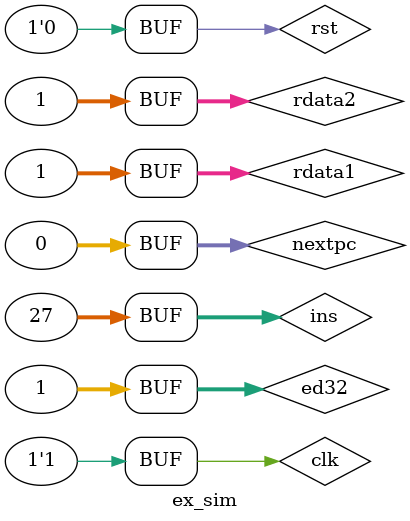
<source format=v>
`timescale 1 ps/ 1 ps


module ex_sim();
parameter PERIOD=10000;  // (clock period)/2

// constants
// general purpose registers
   reg clk, rst;
   reg [31:0] rdata1, rdata2, ed32;
   reg [31:0] nextpc, ins;

// wires
   wire [31:0] newpc;
   wire [31:0] result;

// assign statements (if any)
EX ex1 (
// port map - connection between master ports and signals/registers
        .CLK(clk),
        .RST(rst),
        .nextPC(nextpc),
        .newPC(newpc),
        .Ins(ins),
        .Rdata1(rdata1),
        .Rdata2(rdata2),
        .Ed32(ed32),
        .Result(result)
);

initial
  begin
     // ADD
     clk=#(PERIOD) 1'd1; rst=1'd0;
     nextpc=32'd0;
     ins={6'h00, 20'd0, 6'h20};
     rdata1=32'd1; rdata2=32'd1; ed32=32'd0;

     // ADDU
     ins=#(PERIOD) {6'h00, 20'd0, 6'h21};
     rdata1=32'd1; rdata2=32'd2; ed32=32'd0;

     // SUB
     ins=#(PERIOD) {6'h00, 20'd0, 6'h22};
     rdata1=32'd5; rdata2=32'd3; ed32=32'd0;

     // SUBU
     ins=#(PERIOD) {6'h00, 20'd0, 6'h23};
     rdata1=32'd20; rdata2=32'd11; ed32=32'd0;

     // AND
     ins=#(PERIOD) {6'h00, 20'd0, 6'h24};
     rdata1=32'd20; rdata2=32'd30; ed32=32'd0;

     // OR
     ins=#(PERIOD) {6'h00, 20'd0, 6'h25};
     rdata1=32'd42; rdata2=32'd12; ed32=32'd0;

     // XOR
     ins=#(PERIOD) {6'h00, 20'd0, 6'h26};
     rdata1=32'd23; rdata2=32'd32; ed32=32'd0;

     // NOR
     ins=#(PERIOD) {6'h00, 20'd0, 6'h27};
     rdata1=32'd43; rdata2=32'd32; ed32=32'd0;

     // SLT
     ins=#(PERIOD) {6'h00, 20'd0, 6'h2A};
     rdata1=32'd1; rdata2=32'd1; ed32=32'd0;
     ins=#(PERIOD) {6'h00, 20'd0, 6'h2A};
     rdata1=32'd1; rdata2=32'd4; ed32=32'd0;

     // SLTU
     ins=#(PERIOD) {6'h00, 20'd0, 6'h2B};
     rdata1=32'd1; rdata2=32'd1; ed32=32'd0;

     // ADDI
     ins=#(PERIOD) {6'h08, 20'd0, 6'h00};
     rdata1=32'd1; ed32=32'd1;

     // ADDIU
     ins=#(PERIOD) {6'h09, 20'd0, 6'h00};
     rdata1=32'd1; ed32=32'd3;

     // SLTI
     ins=#(PERIOD) {6'h0A, 20'd0, 6'h00};
     rdata1=32'd1; ed32=32'd1;
     ins=#(PERIOD) {6'h0A, 20'd0, 6'h00};
     rdata1=32'd1; ed32=32'd100;

     // SLTIU
     ins=#(PERIOD) {6'h0B, 20'd0, 6'h00};
     rdata1=32'd1; ed32=32'd1;

     // ANDI
     ins=#(PERIOD) {6'h0C, 20'd0, 6'h00};
     rdata1=32'd1; ed32=32'd1;

     // ORI
     ins=#(PERIOD) {6'h0D, 20'd0, 6'h00};
     rdata1=32'd1; ed32=32'd1;

     // XORI
     ins=#(PERIOD) {6'h0E, 20'd0, 6'h00};
     rdata1=32'd1; ed32=32'd1;

     // SLL
     ins=#(PERIOD) {6'h00, 20'd0, 6'h00};
     rdata1=32'd1; rdata2=32'd1;

     // SRL
     ins=#(PERIOD) {6'h00, 20'd0, 6'h02};
     rdata1=32'd1; rdata2=32'd1;

     // SRA
     ins=#(PERIOD) {6'h00, 20'd0, 6'h03};
     rdata1=32'd1; rdata2=32'd1;

     // SLLV
     ins=#(PERIOD) {6'h00, 20'd0, 6'h04};
     rdata1=32'd1; rdata2=32'd1;

     // SRLV
     ins=#(PERIOD) {6'h00, 20'd0, 6'h06};
     rdata1=32'd1; rdata2=32'd1;

     // SRAV
     ins=#(PERIOD) {6'h00, 20'd0, 6'h07};
     rdata1=32'd1; rdata2=32'd1;

     // MFHI
     ins=#(PERIOD) {6'h00, 20'd0, 6'h10};
     rdata1=32'd1; rdata2=32'd1;

     // MTHI
     ins=#(PERIOD) {6'h00, 20'd0, 6'h11};
     rdata1=32'd1; rdata2=32'd1;

     // MFLO
     ins=#(PERIOD) {6'h00, 20'd0, 6'h12};
     rdata1=32'd1; rdata2=32'd1;

     // MTLO
     ins=#(PERIOD) {6'h00, 20'd0, 6'h13};
     rdata1=32'd1; rdata2=32'd1;

     // MULT
     ins=#(PERIOD) {6'h00, 20'd0, 6'h18};
     rdata1=32'd1; rdata2=32'd1;

     // MULTU
     ins=#(PERIOD) {6'h00, 20'd0, 6'h19};
     rdata1=32'd1; rdata2=32'd1;

     // DIV
     ins=#(PERIOD) {6'h00, 20'd0, 6'h1A};
     rdata1=32'd1; rdata2=32'd1;

     // DIVU
     ins=#(PERIOD) {6'h00, 20'd0, 6'h1B};
     rdata1=32'd1; rdata2=32'd1;
end
endmodule

</source>
